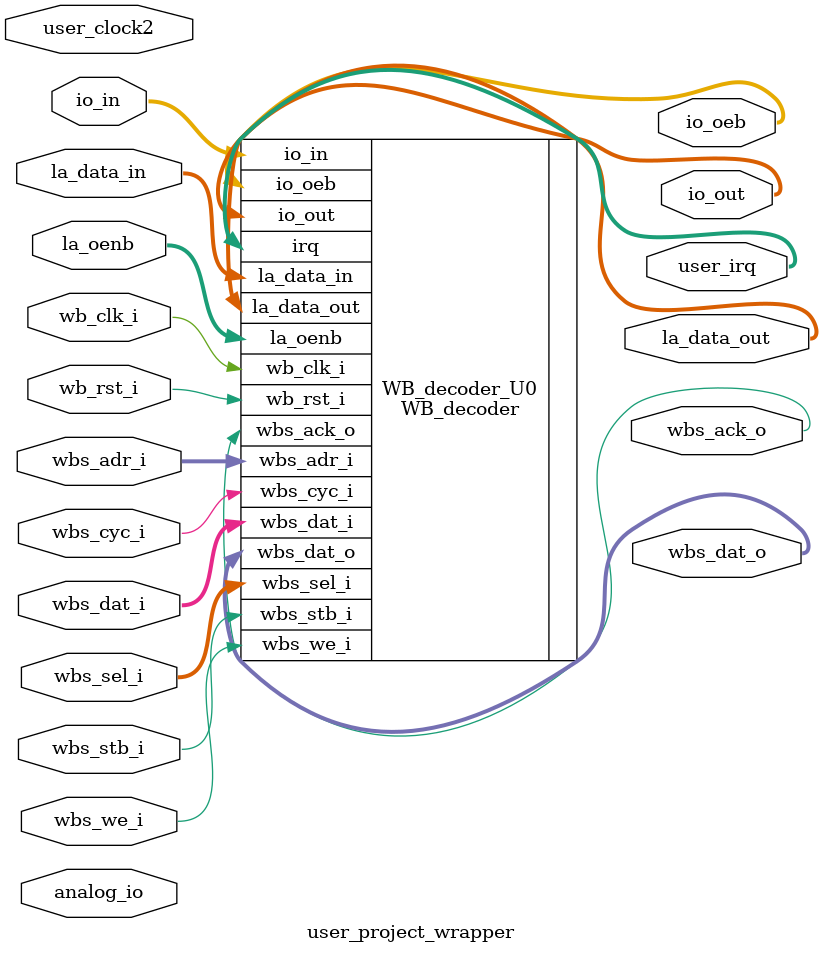
<source format=v>

`default_nettype wire // modified by us
`define MPRJ_IO_PADS_1 19	/* number of user GPIO pads on user1 side */ // modified by us
`define MPRJ_IO_PADS_2 19	/* number of user GPIO pads on user2 side */ // modified by us
`define MPRJ_IO_PADS (`MPRJ_IO_PADS_1 + `MPRJ_IO_PADS_2) // modified by us
/*
 *-------------------------------------------------------------
 *
 * user_project_wrapper
 *
 * This wrapper enumerates all of the pins available to the
 * user for the user project.
 *
 * An example user project is provided in this wrapper.  The
 * example should be removed and replaced with the actual
 * user project.
 *
 *-------------------------------------------------------------
 */

module user_project_wrapper #(
    parameter BITS = 32
) (
`ifdef USE_POWER_PINS
    inout vdda1,	// User area 1 3.3V supply
    inout vdda2,	// User area 2 3.3V supply
    inout vssa1,	// User area 1 analog ground
    inout vssa2,	// User area 2 analog ground
    inout vccd1,	// User area 1 1.8V supply
    inout vccd2,	// User area 2 1.8v supply
    inout vssd1,	// User area 1 digital ground
    inout vssd2,	// User area 2 digital ground
`endif

    // Wishbone Slave ports (WB MI A)
    input wb_clk_i,
    input wb_rst_i,
    input wbs_stb_i,
    input wbs_cyc_i,
    input wbs_we_i,
    input [3:0] wbs_sel_i,
    input [31:0] wbs_dat_i,
    input [31:0] wbs_adr_i,
    output wbs_ack_o,
    output [31:0] wbs_dat_o,

    // Logic Analyzer Signals
    input  [127:0] la_data_in,
    output [127:0] la_data_out,
    input  [127:0] la_oenb,

    // IOs
    input  [`MPRJ_IO_PADS-1:0] io_in,
    output [`MPRJ_IO_PADS-1:0] io_out,
    output [`MPRJ_IO_PADS-1:0] io_oeb,

    // Analog (direct connection to GPIO pad---use with caution)
    // Note that analog I/O is not available on the 7 lowest-numbered
    // GPIO pads, and so the analog_io indexing is offset from the
    // GPIO indexing by 7 (also upper 2 GPIOs do not have analog_io).
    inout [`MPRJ_IO_PADS-10:0] analog_io,

    // Independent clock (on independent integer divider)
    input   user_clock2,

    // User maskable interrupt signals
    output [2:0] user_irq
);

/*--------------------------------------*/
/* User project is instantiated  here   */
/*--------------------------------------*/

/////user_proj_example mprj (
WB_decoder WB_decoder_U0 (
`ifdef USE_POWER_PINS
	.vccd1(vccd1),	// User area 1 1.8V power
	.vssd1(vssd1),	// User area 1 digital ground
`endif

    .wb_clk_i(wb_clk_i),
    .wb_rst_i(wb_rst_i),

    // MGMT SoC Wishbone Slave

    .wbs_cyc_i(wbs_cyc_i),
    .wbs_stb_i(wbs_stb_i),
    .wbs_we_i(wbs_we_i),
    .wbs_sel_i(wbs_sel_i),
    .wbs_adr_i(wbs_adr_i),
    .wbs_dat_i(wbs_dat_i),
    .wbs_ack_o(wbs_ack_o),
    .wbs_dat_o(wbs_dat_o),

    // Logic Analyzer

    .la_data_in(la_data_in),
    .la_data_out(la_data_out),
    .la_oenb (la_oenb),

    // IO Pads

    .io_in (io_in),
    .io_out(io_out),
    .io_oeb(io_oeb),

    // IRQ
    .irq(user_irq)
);

endmodule	// user_project_wrapper

`default_nettype wire

</source>
